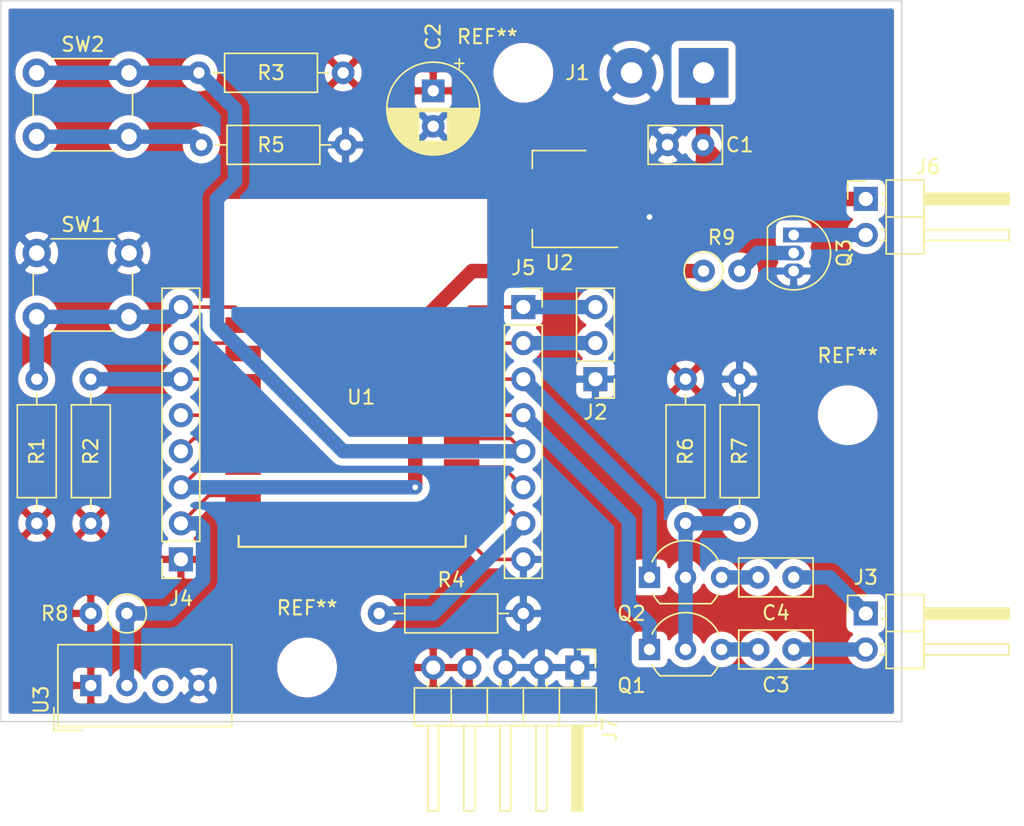
<source format=kicad_pcb>
(kicad_pcb (version 20171130) (host pcbnew "(5.1.5)-3")
  (layers (0 F.Cu signal) (31 B.Cu signal) (34 B.Paste user) (35 F.Paste user) (36 B.SilkS user) (37 F.SilkS user) (38 B.Mask user) (39 F.Mask user) (44 Edge.Cuts user))
  (net 0 "")
  (net 1 "Net-(U1-Pad22)")
  (net 2 "Net-(U1-Pad21)")
  (net 3 "Net-(U1-Pad20)")
  (net 4 "Net-(U1-Pad19)")
  (net 5 "Net-(U1-Pad18)")
  (net 6 "Net-(U1-Pad17)")
  (net 7 GND)
  (net 8 +5V)
  (net 9 +3V3)
  (net 10 "Net-(C3-Pad2)")
  (net 11 "Net-(C3-Pad1)")
  (net 12 "Net-(C4-Pad2)")
  (net 13 "Net-(C4-Pad1)")
  (net 14 "Net-(Q1-Pad2)")
  (net 15 "Net-(R5-Pad1)")
  (net 16 /C9)
  (net 17 /C10)
  (net 18 /C1)
  (net 19 /C2)
  (net 20 /C3)
  (net 21 /C4)
  (net 22 /C5)
  (net 23 /C6)
  (net 24 /C7)
  (net 25 /C15)
  (net 26 /C14)
  (net 27 /C13)
  (net 28 /C12)
  (net 29 /C11)
  (net 30 "Net-(U3-Pad3)")
  (net 31 "Net-(J6-Pad2)")
  (net 32 "Net-(Q3-Pad2)")
  (module Connector_PinSocket_2.54mm:PinSocket_1x08_P2.54mm_Vertical (layer F.Cu) (at 114.3 115.57 180)
    (fp_text reference J4 (at 0 -2.77) (layer F.SilkS))
    (fp_text value Conn_01x08)
    (pad 8 thru_hole oval (at 0 17.78 180) (size 1.7 1.7) (drill 1) (layers *.Cu *.Mask) (net 18 /C1))
    (pad 7 thru_hole oval (at 0 15.24 180) (size 1.7 1.7) (drill 1) (layers *.Cu *.Mask) (net 19 /C2))
    (pad 6 thru_hole oval (at 0 12.7 180) (size 1.7 1.7) (drill 1) (layers *.Cu *.Mask) (net 20 /C3))
    (pad 5 thru_hole oval (at 0 10.16 180) (size 1.7 1.7) (drill 1) (layers *.Cu *.Mask) (net 21 /C4))
    (pad 4 thru_hole oval (at 0 7.62 180) (size 1.7 1.7) (drill 1) (layers *.Cu *.Mask) (net 22 /C5))
    (pad 3 thru_hole oval (at 0 5.08 180) (size 1.7 1.7) (drill 1) (layers *.Cu *.Mask) (net 23 /C6))
    (pad 2 thru_hole oval (at 0 2.54 180) (size 1.7 1.7) (drill 1) (layers *.Cu *.Mask) (net 24 /C7))
    (pad 1 thru_hole rect (at 0 0 180) (size 1.7 1.7) (drill 1) (layers *.Cu *.Mask) (net 9 +3V3))
  )
  (module MountingHole:MountingHole_3.2mm_M3 (layer F.Cu) (at 138.43 81.28)
    (fp_text reference REF** (at -2.54 -2.54) (layer F.SilkS))
    (fp_text value MountingHole_3.2mm_M3)
    (pad 1 np_thru_hole circle (at 0 0) (size 3.2 3.2) (drill 3.2) (layers *.Cu *.Mask))
  )
  (module MountingHole:MountingHole_3.2mm_M3 (layer F.Cu) (at 161.29 105.41)
    (fp_text reference REF** (at 0 -4.2) (layer F.SilkS))
    (fp_text value MountingHole_3.2mm_M3)
    (pad 1 np_thru_hole circle (at 0 0) (size 3.2 3.2) (drill 3.2) (layers *.Cu *.Mask))
  )
  (module MountingHole:MountingHole_3.2mm_M3 (layer F.Cu) (at 123.19 123.19)
    (fp_text reference REF** (at 0 -4.2) (layer F.SilkS))
    (fp_text value MountingHole_3.2mm_M3)
    (pad 1 np_thru_hole circle (at 0 0) (size 3.2 3.2) (drill 3.2) (layers *.Cu *.Mask))
  )
  (module Connector_Wire:SolderWirePad_1x02_P5.08mm_Drill1.5mm (layer F.Cu) (at 151.13 81.28 180)
    (fp_text reference J1 (at 8.89 0) (layer F.SilkS))
    (fp_text value Conn_02x01)
    (pad 2 thru_hole circle (at 5.08 0 180) (size 3.50012 3.50012) (drill 1.50114) (layers *.Cu *.Mask) (net 7 GND))
    (pad 1 thru_hole rect (at 0 0 180) (size 3.50012 3.50012) (drill 1.50114) (layers *.Cu *.Mask) (net 8 +5V))
  )
  (module Resistor_THT:R_Axial_DIN0207_L6.3mm_D2.5mm_P2.54mm_Vertical (layer F.Cu) (at 151.13 95.25)
    (fp_text reference R9 (at 1.27 -2.37) (layer F.SilkS))
    (fp_text value 4.7k)
    (pad 2 thru_hole oval (at 2.54 0) (size 1.6 1.6) (drill 0.8) (layers *.Cu *.Mask) (net 32 "Net-(Q3-Pad2)"))
    (pad 1 thru_hole circle (at 0 0) (size 1.6 1.6) (drill 0.8) (layers *.Cu *.Mask) (net 23 /C6))
  )
  (module Package_TO_SOT_THT:TO-92_Inline (layer F.Cu) (at 157.48 92.71 270)
    (fp_text reference Q3 (at 1.27 -3.56 90) (layer F.SilkS))
    (fp_text value BC547)
    (pad 1 thru_hole rect (at 0 0 270) (size 1.05 1.5) (drill 0.75) (layers *.Cu *.Mask) (net 31 "Net-(J6-Pad2)"))
    (pad 3 thru_hole oval (at 2.54 0 270) (size 1.05 1.5) (drill 0.75) (layers *.Cu *.Mask) (net 7 GND))
    (pad 2 thru_hole oval (at 1.27 0 270) (size 1.05 1.5) (drill 0.75) (layers *.Cu *.Mask) (net 32 "Net-(Q3-Pad2)"))
  )
  (module Connector_PinHeader_2.54mm:PinHeader_1x02_P2.54mm_Horizontal (layer F.Cu) (at 162.56 90.17)
    (fp_text reference J6 (at 4.385 -2.27) (layer F.SilkS))
    (fp_text value Conn_01x02_Male)
    (pad 2 thru_hole oval (at 0 2.54) (size 1.7 1.7) (drill 1) (layers *.Cu *.Mask) (net 31 "Net-(J6-Pad2)"))
    (pad 1 thru_hole rect (at 0 0) (size 1.7 1.7) (drill 1) (layers *.Cu *.Mask) (net 8 +5V))
  )
  (module Resistor_THT:R_Axial_DIN0207_L6.3mm_D2.5mm_P2.54mm_Vertical (layer F.Cu) (at 110.49 119.38 180)
    (fp_text reference R8 (at 5.08 0) (layer F.SilkS))
    (fp_text value 10k)
    (pad 2 thru_hole oval (at 2.54 0 180) (size 1.6 1.6) (drill 0.8) (layers *.Cu *.Mask) (net 9 +3V3))
    (pad 1 thru_hole circle (at 0 0 180) (size 1.6 1.6) (drill 0.8) (layers *.Cu *.Mask) (net 24 /C7))
  )
  (module Sensor:Aosong_DHT11_5.5x12.0_P2.54mm (layer F.Cu) (at 107.95 124.46 90)
    (fp_text reference U3 (at -1 -3.5 90) (layer F.SilkS))
    (fp_text value DHT11)
    (pad 4 thru_hole circle (at 0 7.62 90) (size 1.5 1.5) (drill 0.8) (layers *.Cu *.Mask) (net 7 GND))
    (pad 3 thru_hole circle (at 0 5.08 90) (size 1.5 1.5) (drill 0.8) (layers *.Cu *.Mask) (net 30 "Net-(U3-Pad3)"))
    (pad 2 thru_hole circle (at 0 2.54 90) (size 1.5 1.5) (drill 0.8) (layers *.Cu *.Mask) (net 24 /C7))
    (pad 1 thru_hole rect (at 0 0 90) (size 1.5 1.5) (drill 0.8) (layers *.Cu *.Mask) (net 9 +3V3))
  )
  (module Capacitor_THT:C_Disc_D5.0mm_W2.5mm_P2.50mm (layer F.Cu) (at 151.09 86.36 180)
    (fp_text reference C1 (at -2.58 0) (layer F.SilkS))
    (fp_text value 100n)
    (pad 2 thru_hole circle (at 2.5 0 180) (size 1.6 1.6) (drill 0.8) (layers *.Cu *.Mask) (net 7 GND))
    (pad 1 thru_hole circle (at 0 0 180) (size 1.6 1.6) (drill 0.8) (layers *.Cu *.Mask) (net 8 +5V))
  )
  (module Capacitor_THT:CP_Radial_D6.3mm_P2.50mm (layer F.Cu) (at 132.08 82.55 270)
    (fp_text reference C2 (at -3.81 0 90) (layer F.SilkS))
    (fp_text value 100u)
    (pad 2 thru_hole circle (at 2.5 0 270) (size 1.6 1.6) (drill 0.8) (layers *.Cu *.Mask) (net 7 GND))
    (pad 1 thru_hole rect (at 0 0 270) (size 1.6 1.6) (drill 0.8) (layers *.Cu *.Mask) (net 9 +3V3))
  )
  (module Connector_PinSocket_2.54mm:PinSocket_1x08_P2.54mm_Vertical (layer F.Cu) (at 138.43 97.79)
    (fp_text reference J5 (at 0 -2.77) (layer F.SilkS))
    (fp_text value Conn_01x08)
    (pad 8 thru_hole oval (at 0 17.78) (size 1.7 1.7) (drill 1) (layers *.Cu *.Mask) (net 7 GND))
    (pad 7 thru_hole oval (at 0 15.24) (size 1.7 1.7) (drill 1) (layers *.Cu *.Mask) (net 25 /C15))
    (pad 6 thru_hole oval (at 0 12.7) (size 1.7 1.7) (drill 1) (layers *.Cu *.Mask) (net 26 /C14))
    (pad 5 thru_hole oval (at 0 10.16) (size 1.7 1.7) (drill 1) (layers *.Cu *.Mask) (net 27 /C13))
    (pad 4 thru_hole oval (at 0 7.62) (size 1.7 1.7) (drill 1) (layers *.Cu *.Mask) (net 28 /C12))
    (pad 3 thru_hole oval (at 0 5.08) (size 1.7 1.7) (drill 1) (layers *.Cu *.Mask) (net 29 /C11))
    (pad 2 thru_hole oval (at 0 2.54) (size 1.7 1.7) (drill 1) (layers *.Cu *.Mask) (net 17 /C10))
    (pad 1 thru_hole rect (at 0 0) (size 1.7 1.7) (drill 1) (layers *.Cu *.Mask) (net 16 /C9))
  )
  (module Connector_PinHeader_2.54mm:PinHeader_1x03_P2.54mm_Vertical (layer F.Cu) (at 143.51 102.87 180)
    (fp_text reference J2 (at 0 -2.33) (layer F.SilkS))
    (fp_text value Conn_01x03_Male)
    (pad 3 thru_hole oval (at 0 5.08 180) (size 1.7 1.7) (drill 1) (layers *.Cu *.Mask) (net 16 /C9))
    (pad 2 thru_hole oval (at 0 2.54 180) (size 1.7 1.7) (drill 1) (layers *.Cu *.Mask) (net 17 /C10))
    (pad 1 thru_hole rect (at 0 0 180) (size 1.7 1.7) (drill 1) (layers *.Cu *.Mask) (net 7 GND))
  )
  (module Button_Switch_THT:SW_PUSH_6mm_H5mm (layer F.Cu) (at 104.14 81.28)
    (fp_text reference SW2 (at 3.25 -2) (layer F.SilkS))
    (fp_text value prog)
    (pad 1 thru_hole circle (at 6.5 0 90) (size 2 2) (drill 1.1) (layers *.Cu *.Mask) (net 27 /C13))
    (pad 2 thru_hole circle (at 6.5 4.5 90) (size 2 2) (drill 1.1) (layers *.Cu *.Mask) (net 15 "Net-(R5-Pad1)"))
    (pad 1 thru_hole circle (at 0 0 90) (size 2 2) (drill 1.1) (layers *.Cu *.Mask) (net 27 /C13))
    (pad 2 thru_hole circle (at 0 4.5 90) (size 2 2) (drill 1.1) (layers *.Cu *.Mask) (net 15 "Net-(R5-Pad1)"))
  )
  (module Button_Switch_THT:SW_PUSH_6mm_H5mm (layer F.Cu) (at 104.14 93.98)
    (fp_text reference SW1 (at 3.25 -2) (layer F.SilkS))
    (fp_text value reset)
    (pad 1 thru_hole circle (at 6.5 0 90) (size 2 2) (drill 1.1) (layers *.Cu *.Mask) (net 7 GND))
    (pad 2 thru_hole circle (at 6.5 4.5 90) (size 2 2) (drill 1.1) (layers *.Cu *.Mask) (net 18 /C1))
    (pad 1 thru_hole circle (at 0 0 90) (size 2 2) (drill 1.1) (layers *.Cu *.Mask) (net 7 GND))
    (pad 2 thru_hole circle (at 0 4.5 90) (size 2 2) (drill 1.1) (layers *.Cu *.Mask) (net 18 /C1))
  )
  (module Resistor_THT:R_Axial_DIN0207_L6.3mm_D2.5mm_P10.16mm_Horizontal (layer F.Cu) (at 153.67 113.03 90)
    (fp_text reference R7 (at 5.08 0 90) (layer F.SilkS))
    (fp_text value 4.7k)
    (pad 2 thru_hole oval (at 10.16 0 90) (size 1.6 1.6) (drill 0.8) (layers *.Cu *.Mask) (net 7 GND))
    (pad 1 thru_hole circle (at 0 0 90) (size 1.6 1.6) (drill 0.8) (layers *.Cu *.Mask) (net 14 "Net-(Q1-Pad2)"))
  )
  (module Resistor_THT:R_Axial_DIN0207_L6.3mm_D2.5mm_P10.16mm_Horizontal (layer F.Cu) (at 149.86 102.87 270)
    (fp_text reference R6 (at 5.08 0 90) (layer F.SilkS))
    (fp_text value 4.7k)
    (pad 2 thru_hole oval (at 10.16 0 270) (size 1.6 1.6) (drill 0.8) (layers *.Cu *.Mask) (net 14 "Net-(Q1-Pad2)"))
    (pad 1 thru_hole circle (at 0 0 270) (size 1.6 1.6) (drill 0.8) (layers *.Cu *.Mask) (net 9 +3V3))
  )
  (module Resistor_THT:R_Axial_DIN0207_L6.3mm_D2.5mm_P10.16mm_Horizontal (layer F.Cu) (at 115.74 86.36)
    (fp_text reference R5 (at 4.91 0) (layer F.SilkS))
    (fp_text value 470)
    (pad 2 thru_hole oval (at 10.16 0) (size 1.6 1.6) (drill 0.8) (layers *.Cu *.Mask) (net 7 GND))
    (pad 1 thru_hole circle (at 0 0) (size 1.6 1.6) (drill 0.8) (layers *.Cu *.Mask) (net 15 "Net-(R5-Pad1)"))
  )
  (module Resistor_THT:R_Axial_DIN0207_L6.3mm_D2.5mm_P10.16mm_Horizontal (layer F.Cu) (at 128.27 119.38)
    (fp_text reference R4 (at 5.08 -2.37) (layer F.SilkS))
    (fp_text value 10k)
    (pad 2 thru_hole oval (at 10.16 0) (size 1.6 1.6) (drill 0.8) (layers *.Cu *.Mask) (net 7 GND))
    (pad 1 thru_hole circle (at 0 0) (size 1.6 1.6) (drill 0.8) (layers *.Cu *.Mask) (net 25 /C15))
  )
  (module Resistor_THT:R_Axial_DIN0207_L6.3mm_D2.5mm_P10.16mm_Horizontal (layer F.Cu) (at 125.73 81.28 180)
    (fp_text reference R3 (at 5.08 0) (layer F.SilkS))
    (fp_text value 10k)
    (pad 2 thru_hole oval (at 10.16 0 180) (size 1.6 1.6) (drill 0.8) (layers *.Cu *.Mask) (net 27 /C13))
    (pad 1 thru_hole circle (at 0 0 180) (size 1.6 1.6) (drill 0.8) (layers *.Cu *.Mask) (net 9 +3V3))
  )
  (module Resistor_THT:R_Axial_DIN0207_L6.3mm_D2.5mm_P10.16mm_Horizontal (layer F.Cu) (at 107.95 113.03 90)
    (fp_text reference R2 (at 5.08 0 90) (layer F.SilkS))
    (fp_text value 10k)
    (pad 2 thru_hole oval (at 10.16 0 90) (size 1.6 1.6) (drill 0.8) (layers *.Cu *.Mask) (net 20 /C3))
    (pad 1 thru_hole circle (at 0 0 90) (size 1.6 1.6) (drill 0.8) (layers *.Cu *.Mask) (net 9 +3V3))
  )
  (module Resistor_THT:R_Axial_DIN0207_L6.3mm_D2.5mm_P10.16mm_Horizontal (layer F.Cu) (at 104.14 113.03 90)
    (fp_text reference R1 (at 5.08 0 90) (layer F.SilkS))
    (fp_text value 10k)
    (pad 2 thru_hole oval (at 10.16 0 90) (size 1.6 1.6) (drill 0.8) (layers *.Cu *.Mask) (net 18 /C1))
    (pad 1 thru_hole circle (at 0 0 90) (size 1.6 1.6) (drill 0.8) (layers *.Cu *.Mask) (net 9 +3V3))
  )
  (module Package_TO_SOT_THT:TO-92_Inline_Wide (layer F.Cu) (at 147.32 116.84)
    (fp_text reference Q2 (at -1.27 2.54) (layer F.SilkS))
    (fp_text value BF245A)
    (pad 1 thru_hole rect (at 0 0 90) (size 1.5 1.5) (drill 0.8) (layers *.Cu *.Mask) (net 29 /C11))
    (pad 3 thru_hole circle (at 5.08 0 90) (size 1.5 1.5) (drill 0.8) (layers *.Cu *.Mask) (net 12 "Net-(C4-Pad2)"))
    (pad 2 thru_hole circle (at 2.54 0 90) (size 1.5 1.5) (drill 0.8) (layers *.Cu *.Mask) (net 14 "Net-(Q1-Pad2)"))
  )
  (module Package_TO_SOT_THT:TO-92_Inline_Wide (layer F.Cu) (at 147.32 121.92)
    (fp_text reference Q1 (at -1.27 2.54) (layer F.SilkS))
    (fp_text value BF245A)
    (pad 1 thru_hole rect (at 0 0 90) (size 1.5 1.5) (drill 0.8) (layers *.Cu *.Mask) (net 28 /C12))
    (pad 3 thru_hole circle (at 5.08 0 90) (size 1.5 1.5) (drill 0.8) (layers *.Cu *.Mask) (net 10 "Net-(C3-Pad2)"))
    (pad 2 thru_hole circle (at 2.54 0 90) (size 1.5 1.5) (drill 0.8) (layers *.Cu *.Mask) (net 14 "Net-(Q1-Pad2)"))
  )
  (module Connector_PinHeader_2.54mm:PinHeader_1x02_P2.54mm_Horizontal (layer F.Cu) (at 162.56 119.38)
    (fp_text reference J3 (at 0 -2.54) (layer F.SilkS))
    (fp_text value Conn_01x02_Male)
    (pad 2 thru_hole oval (at 0 2.54) (size 1.7 1.7) (drill 1) (layers *.Cu *.Mask) (net 11 "Net-(C3-Pad1)"))
    (pad 1 thru_hole rect (at 0 0) (size 1.7 1.7) (drill 1) (layers *.Cu *.Mask) (net 13 "Net-(C4-Pad1)"))
  )
  (module Capacitor_THT:C_Disc_D5.0mm_W2.5mm_P2.50mm (layer F.Cu) (at 157.48 116.84 180)
    (fp_text reference C4 (at 1.25 -2.5) (layer F.SilkS))
    (fp_text value 10p)
    (pad 2 thru_hole circle (at 2.5 0 180) (size 1.6 1.6) (drill 0.8) (layers *.Cu *.Mask) (net 12 "Net-(C4-Pad2)"))
    (pad 1 thru_hole circle (at 0 0 180) (size 1.6 1.6) (drill 0.8) (layers *.Cu *.Mask) (net 13 "Net-(C4-Pad1)"))
  )
  (module Capacitor_THT:C_Disc_D5.0mm_W2.5mm_P2.50mm (layer F.Cu) (at 157.48 121.92 180)
    (fp_text reference C3 (at 1.25 -2.5) (layer F.SilkS))
    (fp_text value 10p)
    (pad 2 thru_hole circle (at 2.5 0 180) (size 1.6 1.6) (drill 0.8) (layers *.Cu *.Mask) (net 10 "Net-(C3-Pad2)"))
    (pad 1 thru_hole circle (at 0 0 180) (size 1.6 1.6) (drill 0.8) (layers *.Cu *.Mask) (net 11 "Net-(C3-Pad1)"))
  )
  (module ESP8266:ESP-12E_SMD (layer F.Cu) (at 119.38 99.06)
    (fp_text reference U1 (at 7.62 5.08 180) (layer F.SilkS))
    (fp_text value ESP-12F hide)
    (pad 22 smd rect (at 11.99 15 90) (size 2.5 1.1) (drill (offset -0.7 0)) (layers F.Cu F.Paste F.Mask) (net 1 "Net-(U1-Pad22)"))
    (pad 21 smd rect (at 9.99 15 90) (size 2.5 1.1) (drill (offset -0.7 0)) (layers F.Cu F.Paste F.Mask) (net 2 "Net-(U1-Pad21)"))
    (pad 20 smd rect (at 7.99 15 90) (size 2.5 1.1) (drill (offset -0.7 0)) (layers F.Cu F.Paste F.Mask) (net 3 "Net-(U1-Pad20)"))
    (pad 19 smd rect (at 5.99 15 90) (size 2.5 1.1) (drill (offset -0.7 0)) (layers F.Cu F.Paste F.Mask) (net 4 "Net-(U1-Pad19)"))
    (pad 18 smd rect (at 3.99 15 90) (size 2.5 1.1) (drill (offset -0.7 0)) (layers F.Cu F.Paste F.Mask) (net 5 "Net-(U1-Pad18)"))
    (pad 17 smd rect (at 1.99 15 90) (size 2.5 1.1) (drill (offset -0.7 0)) (layers F.Cu F.Paste F.Mask) (net 6 "Net-(U1-Pad17)"))
    (pad 16 smd rect (at 14 0) (size 2.5 1.1) (drill (offset 0.7 0)) (layers F.Cu F.Paste F.Mask) (net 16 /C9))
    (pad 15 smd rect (at 14 2) (size 2.5 1.1) (drill (offset 0.7 0)) (layers F.Cu F.Paste F.Mask) (net 17 /C10))
    (pad 14 smd rect (at 14 4) (size 2.5 1.1) (drill (offset 0.7 0)) (layers F.Cu F.Paste F.Mask) (net 29 /C11))
    (pad 13 smd rect (at 14 6) (size 2.5 1.1) (drill (offset 0.7 0)) (layers F.Cu F.Paste F.Mask) (net 28 /C12))
    (pad 12 smd rect (at 14 8) (size 2.5 1.1) (drill (offset 0.7 0)) (layers F.Cu F.Paste F.Mask) (net 27 /C13))
    (pad 11 smd rect (at 14 10) (size 2.5 1.1) (drill (offset 0.7 0)) (layers F.Cu F.Paste F.Mask) (net 26 /C14))
    (pad 10 smd rect (at 14 12) (size 2.5 1.1) (drill (offset 0.7 0)) (layers F.Cu F.Paste F.Mask) (net 25 /C15))
    (pad 9 smd rect (at 14 14) (size 2.5 1.1) (drill (offset 0.7 0)) (layers F.Cu F.Paste F.Mask) (net 7 GND))
    (pad 8 smd rect (at 0 14) (size 2.5 1.1) (drill (offset -0.7 0)) (layers F.Cu F.Paste F.Mask) (net 9 +3V3))
    (pad 7 smd rect (at 0 12) (size 2.5 1.1) (drill (offset -0.7 0)) (layers F.Cu F.Paste F.Mask) (net 24 /C7))
    (pad 6 smd rect (at 0 10) (size 2.5 1.1) (drill (offset -0.7 0)) (layers F.Cu F.Paste F.Mask) (net 23 /C6))
    (pad 5 smd rect (at 0 8) (size 2.5 1.1) (drill (offset -0.7 0)) (layers F.Cu F.Paste F.Mask) (net 22 /C5))
    (pad 4 smd rect (at 0 6) (size 2.5 1.1) (drill (offset -0.7 0)) (layers F.Cu F.Paste F.Mask) (net 21 /C4))
    (pad 3 smd rect (at 0 4) (size 2.5 1.1) (drill (offset -0.7 0)) (layers F.Cu F.Paste F.Mask) (net 20 /C3))
    (pad 2 smd rect (at 0 2) (size 2.5 1.1) (drill (offset -0.7 0)) (layers F.Cu F.Paste F.Mask) (net 19 /C2))
    (pad 1 smd rect (at 0 0) (size 2.5 1.1) (drill (offset -0.7 0)) (layers F.Cu F.Paste F.Mask) (net 18 /C1))
  )
  (module Package_TO_SOT_SMD:SOT-223 (layer F.Cu) (at 140.97 90.17 180)
    (fp_text reference U2 (at 0 -4.5) (layer F.SilkS))
    (fp_text value LD1117S33TR_SOT223)
    (pad 4 smd rect (at 3.15 0 180) (size 2 3.8) (layers F.Cu F.Paste F.Mask))
    (pad 2 smd rect (at -3.15 0 180) (size 2 1.5) (layers F.Cu F.Paste F.Mask) (net 9 +3V3))
    (pad 3 smd rect (at -3.15 2.3 180) (size 2 1.5) (layers F.Cu F.Paste F.Mask) (net 8 +5V))
    (pad 1 smd rect (at -3.15 -2.3 180) (size 2 1.5) (layers F.Cu F.Paste F.Mask) (net 7 GND))
  )
  (module Connector_PinHeader_2.54mm:PinHeader_1x05_P2.54mm_Horizontal (layer F.Cu) (at 142.24 123.19 270)
    (fp_text reference J7 (at 4.385 -2.27 90) (layer F.SilkS))
    (fp_text value Conn_01x05_Male)
    (pad 1 thru_hole rect (at 0 0 270) (size 1.7 1.7) (drill 1) (layers *.Cu *.Mask) (net 7 GND))
    (pad 2 thru_hole oval (at 0 2.54 270) (size 1.7 1.7) (drill 1) (layers *.Cu *.Mask) (net 7 GND))
    (pad 3 thru_hole oval (at 0 5.08 270) (size 1.7 1.7) (drill 1) (layers *.Cu *.Mask) (net 7 GND))
    (pad 4 thru_hole oval (at 0 7.62 270) (size 1.7 1.7) (drill 1) (layers *.Cu *.Mask) (net 9 +3V3))
    (pad 5 thru_hole oval (at 0 10.16 270) (size 1.7 1.7) (drill 1) (layers *.Cu *.Mask) (net 9 +3V3))
  )
  (gr_poly (pts (xy 165.1 127) (xy 101.6 127) (xy 101.6 76.2) (xy 165.1 76.2)) (layer Edge.Cuts) (width 0.1))
  (segment (start 135.89 115.57) (end 138.43 115.57) (width 0.25) (layer F.Cu) (net 7))
  (segment (start 133.38 113.06) (end 135.89 115.57) (width 0.25) (layer F.Cu) (net 7))
  (via (at 147.32 91.44) (size 0.8) (drill 0.4) (layers F.Cu B.Cu) (net 7))
  (segment (start 144.12 92.47) (end 146.29 92.47) (width 1.016) (layer F.Cu) (net 7))
  (segment (start 146.29 92.47) (end 147.32 91.44) (width 1.016) (layer F.Cu) (net 7))
  (segment (start 151.13 86.32) (end 151.09 86.36) (width 1.016) (layer B.Cu) (net 8))
  (segment (start 151.09 86.36) (end 151.09 81.32) (width 1.016) (layer F.Cu) (net 8))
  (segment (start 151.09 87.49137) (end 151.09 86.36) (width 1.016) (layer F.Cu) (net 8))
  (segment (start 144.12 87.87) (end 146.136 87.87) (width 1.016) (layer F.Cu) (net 8))
  (segment (start 146.136 87.87) (end 147.166 88.9) (width 1.016) (layer F.Cu) (net 8))
  (segment (start 147.166 88.9) (end 149.86 88.9) (width 1.016) (layer F.Cu) (net 8))
  (segment (start 149.86 88.9) (end 151.09 87.67) (width 1.016) (layer F.Cu) (net 8))
  (segment (start 151.09 87.67) (end 151.09 87.49137) (width 1.016) (layer F.Cu) (net 8))
  (segment (start 160.694 90.17) (end 162.56 90.17) (width 1.016) (layer F.Cu) (net 8))
  (segment (start 154.9 90.17) (end 160.694 90.17) (width 1.016) (layer F.Cu) (net 8))
  (segment (start 151.09 86.36) (end 154.9 90.17) (width 1.016) (layer F.Cu) (net 8))
  (segment (start 116.87 115.57) (end 114.3 115.57) (width 0.25) (layer F.Cu) (net 9))
  (segment (start 119.38 113.06) (end 116.87 115.57) (width 0.25) (layer F.Cu) (net 9))
  (segment (start 144.12 90.17) (end 142.24 90.17) (width 1.016) (layer F.Cu) (net 9))
  (segment (start 152.4 121.92) (end 154.98 121.92) (width 1.016) (layer B.Cu) (net 10))
  (segment (start 157.48 121.92) (end 162.56 121.92) (width 1.016) (layer B.Cu) (net 11))
  (segment (start 152.4 116.84) (end 154.98 116.84) (width 1.016) (layer B.Cu) (net 12))
  (segment (start 160.02 116.84) (end 162.56 119.38) (width 1.016) (layer B.Cu) (net 13))
  (segment (start 157.48 116.84) (end 160.02 116.84) (width 1.016) (layer B.Cu) (net 13))
  (segment (start 149.86 121.92) (end 149.86 116.84) (width 1.016) (layer B.Cu) (net 14))
  (segment (start 149.86 116.84) (end 149.86 113.03) (width 1.016) (layer B.Cu) (net 14))
  (segment (start 149.86 113.03) (end 153.67 113.03) (width 1.016) (layer B.Cu) (net 14))
  (segment (start 104.14 85.78) (end 110.64 85.78) (width 1.016) (layer B.Cu) (net 15))
  (segment (start 115.16 85.78) (end 115.74 86.36) (width 1.016) (layer B.Cu) (net 15))
  (segment (start 110.64 85.78) (end 115.16 85.78) (width 1.016) (layer B.Cu) (net 15))
  (segment (start 134.65 97.79) (end 138.43 97.79) (width 0.25) (layer F.Cu) (net 16))
  (segment (start 133.38 99.06) (end 134.65 97.79) (width 0.25) (layer F.Cu) (net 16))
  (segment (start 138.43 97.79) (end 143.51 97.79) (width 1.016) (layer B.Cu) (net 16))
  (segment (start 134.11 100.33) (end 138.43 100.33) (width 0.25) (layer F.Cu) (net 17))
  (segment (start 133.38 101.06) (end 134.11 100.33) (width 0.25) (layer F.Cu) (net 17))
  (segment (start 138.43 100.33) (end 143.51 100.33) (width 1.016) (layer B.Cu) (net 17))
  (segment (start 104.14 102.87) (end 104.14 98.48) (width 1.016) (layer B.Cu) (net 18))
  (segment (start 104.14 98.48) (end 110.64 98.48) (width 1.016) (layer B.Cu) (net 18))
  (segment (start 113.61 98.48) (end 114.3 97.79) (width 1.016) (layer B.Cu) (net 18))
  (segment (start 110.64 98.48) (end 113.61 98.48) (width 1.016) (layer B.Cu) (net 18))
  (segment (start 118.11 97.79) (end 119.38 99.06) (width 0.25) (layer F.Cu) (net 18))
  (segment (start 114.3 97.79) (end 118.11 97.79) (width 0.25) (layer F.Cu) (net 18))
  (segment (start 118.65 100.33) (end 114.3 100.33) (width 0.25) (layer F.Cu) (net 19))
  (segment (start 119.38 101.06) (end 118.65 100.33) (width 0.25) (layer F.Cu) (net 19))
  (segment (start 119.19 102.87) (end 114.3 102.87) (width 0.25) (layer F.Cu) (net 20))
  (segment (start 119.38 103.06) (end 119.19 102.87) (width 0.25) (layer F.Cu) (net 20))
  (segment (start 107.95 102.87) (end 114.3 102.87) (width 1.016) (layer B.Cu) (net 20))
  (segment (start 119.03 105.41) (end 114.3 105.41) (width 0.25) (layer F.Cu) (net 21))
  (segment (start 119.38 105.06) (end 119.03 105.41) (width 0.25) (layer F.Cu) (net 21))
  (segment (start 115.19 107.06) (end 119.38 107.06) (width 0.25) (layer F.Cu) (net 22))
  (segment (start 114.3 107.95) (end 115.19 107.06) (width 0.25) (layer F.Cu) (net 22))
  (segment (start 115.73 109.06) (end 114.3 110.49) (width 0.25) (layer F.Cu) (net 23))
  (segment (start 119.38 109.06) (end 115.73 109.06) (width 0.25) (layer F.Cu) (net 23))
  (via (at 130.81 110.49) (size 0.8) (drill 0.4) (layers F.Cu B.Cu) (net 23))
  (segment (start 130.81 99.255598) (end 130.81 110.49) (width 1.016) (layer F.Cu) (net 23))
  (segment (start 151.13 95.25) (end 134.815598 95.25) (width 1.016) (layer F.Cu) (net 23))
  (segment (start 134.815598 95.25) (end 130.81 99.255598) (width 1.016) (layer F.Cu) (net 23))
  (segment (start 130.81 110.49) (end 114.3 110.49) (width 1.016) (layer B.Cu) (net 23))
  (segment (start 116.27 111.06) (end 114.3 113.03) (width 0.25) (layer F.Cu) (net 24))
  (segment (start 119.38 111.06) (end 116.27 111.06) (width 0.25) (layer F.Cu) (net 24))
  (segment (start 110.49 119.38) (end 110.49 124.46) (width 1.016) (layer B.Cu) (net 24))
  (segment (start 113.464402 119.38) (end 111.62137 119.38) (width 1.016) (layer B.Cu) (net 24))
  (segment (start 115.858001 116.986401) (end 113.464402 119.38) (width 1.016) (layer B.Cu) (net 24))
  (segment (start 115.858001 113.38592) (end 115.858001 116.986401) (width 1.016) (layer B.Cu) (net 24))
  (segment (start 111.62137 119.38) (end 110.49 119.38) (width 1.016) (layer B.Cu) (net 24))
  (segment (start 115.502081 113.03) (end 115.858001 113.38592) (width 1.016) (layer B.Cu) (net 24))
  (segment (start 114.3 113.03) (end 115.502081 113.03) (width 1.016) (layer B.Cu) (net 24))
  (segment (start 136.46 111.06) (end 138.43 113.03) (width 0.25) (layer F.Cu) (net 25))
  (segment (start 133.38 111.06) (end 136.46 111.06) (width 0.25) (layer F.Cu) (net 25))
  (segment (start 132.08 119.38) (end 138.43 113.03) (width 1.016) (layer B.Cu) (net 25))
  (segment (start 128.27 119.38) (end 132.08 119.38) (width 1.016) (layer B.Cu) (net 25))
  (segment (start 137 109.06) (end 138.43 110.49) (width 0.25) (layer F.Cu) (net 26))
  (segment (start 133.38 109.06) (end 137 109.06) (width 0.25) (layer F.Cu) (net 26))
  (segment (start 104.14 81.28) (end 110.64 81.28) (width 1.016) (layer B.Cu) (net 27))
  (segment (start 110.64 81.28) (end 115.57 81.28) (width 1.016) (layer B.Cu) (net 27))
  (segment (start 125.73 107.95) (end 138.43 107.95) (width 1.016) (layer B.Cu) (net 27))
  (segment (start 118.11 83.82) (end 118.11 88.9) (width 1.016) (layer B.Cu) (net 27))
  (segment (start 115.57 81.28) (end 118.11 83.82) (width 1.016) (layer B.Cu) (net 27))
  (segment (start 116.84 90.17) (end 116.84 99.06) (width 1.016) (layer B.Cu) (net 27))
  (segment (start 118.11 88.9) (end 116.84 90.17) (width 1.016) (layer B.Cu) (net 27))
  (segment (start 116.84 99.06) (end 125.73 107.95) (width 1.016) (layer B.Cu) (net 27))
  (segment (start 137.54 107.06) (end 133.38 107.06) (width 0.25) (layer F.Cu) (net 27))
  (segment (start 138.43 107.95) (end 137.54 107.06) (width 0.25) (layer F.Cu) (net 27))
  (segment (start 133.73 105.41) (end 138.43 105.41) (width 0.25) (layer F.Cu) (net 28))
  (segment (start 133.38 105.06) (end 133.73 105.41) (width 0.25) (layer F.Cu) (net 28))
  (segment (start 147.32 120.154) (end 147.32 121.92) (width 1.016) (layer B.Cu) (net 28))
  (segment (start 145.861999 112.841999) (end 145.861999 118.695999) (width 1.016) (layer B.Cu) (net 28))
  (segment (start 145.861999 118.695999) (end 147.32 120.154) (width 1.016) (layer B.Cu) (net 28))
  (segment (start 138.43 105.41) (end 145.861999 112.841999) (width 1.016) (layer B.Cu) (net 28))
  (segment (start 133.57 102.87) (end 138.43 102.87) (width 0.25) (layer F.Cu) (net 29))
  (segment (start 133.38 103.06) (end 133.57 102.87) (width 0.25) (layer F.Cu) (net 29))
  (segment (start 147.32 111.76) (end 147.32 116.84) (width 1.016) (layer B.Cu) (net 29))
  (segment (start 138.43 102.87) (end 147.32 111.76) (width 1.016) (layer B.Cu) (net 29))
  (segment (start 157.48 92.71) (end 162.56 92.71) (width 1.016) (layer B.Cu) (net 31))
  (segment (start 154.94 93.98) (end 153.67 95.25) (width 1.016) (layer B.Cu) (net 32))
  (segment (start 157.48 93.98) (end 154.94 93.98) (width 1.016) (layer B.Cu) (net 32))
  (zone (net 0) (net_name "") (layers F&B.Cu) (connect_pads (clearance 0.508)) (min_thickness 0.254)
    (keepout (tracks allowed) (vias allowed) (copperpour not_allowed))
    (fill (arc_segments 32) (thermal_gap 0.508) (thermal_bridge_width 0.508))
    (polygon (pts (xy 135.89 97.79) (xy 116.84 97.79) (xy 116.84 90.17) (xy 118.11 90.17) (xy 135.89 90.17)))
  )
  (zone (net 7) (net_name GND) (layer B.Cu) (connect_pads (clearance 0.508)) (min_thickness 0.254) (fill yes (arc_segments 32) (thermal_gap 0.508) (thermal_bridge_width 0.508))
    (polygon (pts (xy 165.1 127) (xy 101.6 127) (xy 101.6 76.2) (xy 165.1 76.2)))
  )
  (zone (net 9) (net_name +3V3) (layer F.Cu) (connect_pads (clearance 0.508)) (min_thickness 0.254) (fill yes (arc_segments 32) (thermal_gap 0.508) (thermal_bridge_width 0.508))
    (polygon (pts (xy 165.1 127) (xy 101.6 127) (xy 101.6 76.2) (xy 165.1 76.2)))
  )
)
</source>
